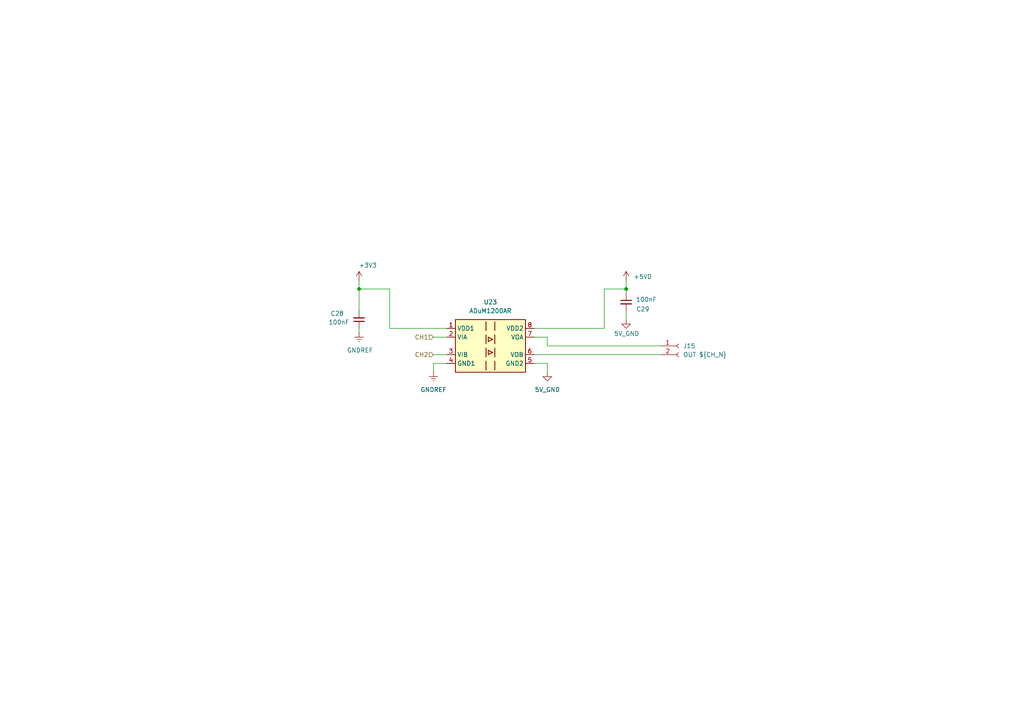
<source format=kicad_sch>
(kicad_sch (version 20250114) (generator "eeschema") (generator_version "9.0")
  (paper "A4")
  (lib_symbols
    (symbol "Connector:Conn_01x02_Socket" (pin_names (offset 1.016) (hide yes))
      (property "Reference" "J" (at 0 2.54 0))
      (property "Value" "Conn_01x02_Socket" (at 0 -5.08 0))
      (symbol "Conn_01x02_Socket_1_1"
        (polyline (pts (xy -1.27 0) (xy -0.508 0)) (stroke (width 0.1524)))
        (polyline (pts (xy -1.27 -2.54) (xy -0.508 -2.54)) (stroke (width 0.1524)))
        (arc (start 0 -0.508) (mid -0.5058 0) (end 0 0.508) (stroke (width 0.1524)))
        (arc (start 0 -3.048) (mid -0.5058 -2.54) (end 0 -2.032) (stroke (width 0.1524)))
        (pin passive line (at -5.08 0 0) (length 3.81) (name "Pin_1") (number "1"))
        (pin passive line (at -5.08 -2.54 0) (length 3.81) (name "Pin_2") (number "2"))
      )
    )
    (symbol "Device:C_Small" (pin_numbers (hide yes)) (pin_names (offset 0.254) (hide yes))
      (property "Reference" "C" (at 0.254 1.778 0))
      (property "Value" "C_Small" (at 0.254 -2.032 0))
      (symbol "C_Small_0_1"
        (polyline (pts (xy -1.524 0.508) (xy 1.524 0.508)) (stroke (width 0.3048)))
        (polyline (pts (xy -1.524 -0.508) (xy 1.524 -0.508)) (stroke (width 0.3302)))
      )
      (symbol "C_Small_1_1"
        (pin passive line (at 0 2.54 270) (length 2.032) (name "~") (number "1"))
        (pin passive line (at 0 -2.54 90) (length 2.032) (name "~") (number "2"))
      )
    )
    (symbol "Isolator:ADuM1200AR"
      (property "Reference" "U" (at -10.16 8.89 0))
      (property "Value" "ADuM1200AR" (at -2.032 8.89 0))
      (symbol "ADuM1200AR_0_1"
        (rectangle (start -10.16 7.62) (end 10.16 -7.62) (stroke (width 0.254)) (fill (type background)))
        (polyline (pts (xy -1.27 6.985) (xy -1.27 4.445)) (stroke (width 0.254)))
        (polyline (pts (xy -1.27 3.175) (xy -1.27 0.635)) (stroke (width 0.254)))
        (polyline (pts (xy -1.27 -0.635) (xy -1.27 -3.175)) (stroke (width 0.254)))
        (polyline (pts (xy -1.27 -4.445) (xy -1.27 -6.985)) (stroke (width 0.254)))
        (polyline (pts (xy -0.635 1.27) (xy 0.635 1.905) (xy -0.635 2.54) (xy -0.635 1.27)) (stroke (width 0.254)))
        (polyline (pts (xy -0.635 -1.27) (xy -0.635 -2.54) (xy 0.635 -1.905) (xy -0.635 -1.27)) (stroke (width 0.254)))
        (polyline (pts (xy 1.27 6.985) (xy 1.27 4.445)) (stroke (width 0.254)))
        (polyline (pts (xy 1.27 3.175) (xy 1.27 0.635)) (stroke (width 0.254)))
        (polyline (pts (xy 1.27 -0.635) (xy 1.27 -3.175)) (stroke (width 0.254)))
        (polyline (pts (xy 1.27 -4.445) (xy 1.27 -6.985)) (stroke (width 0.254)))
      )
      (symbol "ADuM1200AR_1_1"
        (pin power_in line (at -12.7 5.08 0) (length 2.54) (name "VDD1") (number "1"))
        (pin input line (at -12.7 2.54 0) (length 2.54) (name "VIA") (number "2"))
        (pin input line (at -12.7 -2.54 0) (length 2.54) (name "VIB") (number "3"))
        (pin power_in line (at -12.7 -5.08 0) (length 2.54) (name "GND1") (number "4"))
        (pin power_in line (at 12.7 5.08 180) (length 2.54) (name "VDD2") (number "8"))
        (pin output line (at 12.7 2.54 180) (length 2.54) (name "VOA") (number "7"))
        (pin output line (at 12.7 -2.54 180) (length 2.54) (name "VOB") (number "6"))
        (pin power_in line (at 12.7 -5.08 180) (length 2.54) (name "GND2") (number "5"))
      )
    )
    (symbol "power:+3V3" (power) (pin_numbers (hide yes)) (pin_names (offset 0) (hide yes))
      (property "Value" "+3V3" (at 0 3.556 0))
      (symbol "+3V3_0_1"
        (polyline (pts (xy -0.762 1.27) (xy 0 2.54)))
        (polyline (pts (xy 0 2.54) (xy 0.762 1.27)))
        (polyline (pts (xy 0 0) (xy 0 2.54)))
      )
      (symbol "+3V3_1_1"
        (pin power_in line (at 0 0 90) (length 0) (name "~") (number "1"))
      )
    )
    (symbol "power:+5VD" (power) (pin_numbers (hide yes)) (pin_names (offset 0) (hide yes))
      (property "Value" "+5VD" (at 0 3.556 0))
      (symbol "+5VD_0_1"
        (polyline (pts (xy -0.762 1.27) (xy 0 2.54)))
        (polyline (pts (xy 0 2.54) (xy 0.762 1.27)))
        (polyline (pts (xy 0 0) (xy 0 2.54)))
      )
      (symbol "+5VD_1_1"
        (pin power_in line (at 0 0 90) (length 0) (name "~") (number "1"))
      )
    )
    (symbol "power:GND1" (power) (pin_numbers (hide yes)) (pin_names (offset 0) (hide yes))
      (property "Value" "GND1" (at 0 -3.81 0))
      (symbol "GND1_0_1"
        (polyline (pts (xy 0 0) (xy 0 -1.27) (xy 1.27 -1.27) (xy 0 -2.54) (xy -1.27 -1.27) (xy 0 -1.27)))
      )
      (symbol "GND1_1_1"
        (pin power_in line (at 0 0 270) (length 0) (name "~") (number "1"))
      )
    )
    (symbol "power:GNDREF" (power) (pin_numbers (hide yes)) (pin_names (offset 0) (hide yes))
      (property "Value" "GNDREF" (at 0 -3.81 0))
      (symbol "GNDREF_0_1"
        (polyline (pts (xy -0.635 -1.905) (xy 0.635 -1.905)))
        (polyline (pts (xy -0.127 -2.54) (xy 0.127 -2.54)))
        (polyline (pts (xy 0 -1.27) (xy 0 0)))
        (polyline (pts (xy 1.27 -1.27) (xy -1.27 -1.27)))
      )
      (symbol "GNDREF_1_1"
        (pin power_in line (at 0 0 270) (length 0) (name "~") (number "1"))
      )
    )
  )
  (junction (at 104.14 83.82))
  (junction (at 181.61 83.82))
  (wire (pts (xy 104.14 83.82) (xy 104.14 90.17)))
  (wire (pts (xy 158.75 105.41) (xy 158.75 107.95)))
  (wire (pts (xy 104.14 81.28) (xy 104.14 83.82)))
  (wire (pts (xy 181.61 83.82) (xy 175.26 83.82)))
  (wire (pts (xy 181.61 81.28) (xy 181.61 83.82)))
  (wire (pts (xy 181.61 83.82) (xy 181.61 85.09)))
  (wire (pts (xy 104.14 96.52) (xy 104.14 95.25)))
  (wire (pts (xy 129.54 97.79) (xy 125.73 97.79)))
  (wire (pts (xy 175.26 83.82) (xy 175.26 95.25)))
  (wire (pts (xy 154.94 102.87) (xy 191.77 102.87)))
  (wire (pts (xy 125.73 102.87) (xy 129.54 102.87)))
  (wire (pts (xy 181.61 90.17) (xy 181.61 92.71)))
  (wire (pts (xy 154.94 105.41) (xy 158.75 105.41)))
  (wire (pts (xy 158.75 100.33) (xy 191.77 100.33)))
  (wire (pts (xy 113.03 95.25) (xy 129.54 95.25)))
  (wire (pts (xy 158.75 97.79) (xy 158.75 100.33)))
  (wire (pts (xy 113.03 83.82) (xy 113.03 95.25)))
  (wire (pts (xy 104.14 83.82) (xy 113.03 83.82)))
  (wire (pts (xy 154.94 95.25) (xy 175.26 95.25)))
  (wire (pts (xy 125.73 105.41) (xy 125.73 107.95)))
  (wire (pts (xy 125.73 105.41) (xy 129.54 105.41)))
  (wire (pts (xy 154.94 97.79) (xy 158.75 97.79)))
  (hierarchical_label "CH1" (shape input) (at 125.73 97.79 180))
  (hierarchical_label "CH2" (shape input) (at 125.73 102.87 180))
  (symbol (lib_id "Connector:Conn_01x02_Socket") (at 196.85 100.33 0) (unit 1)
    (property "Reference" "J12" (at 198.12 100.3299 0) (effects (justify left)))
    (property "Value" "OUT ${CH_N}" (at 198.12 102.8699 0) (effects (justify left)))
    (property "Description" "Generic connector, single row, 01x02, script generated" (effects (hide yes)))
    (instances (project "Remora Nucleo F446ZE Hat" (path "" (reference "J15") (unit 1)) (path "" (reference "J13") (unit 1)) (path "" (reference "J14") (unit 1)) (path "" (reference "J16") (unit 1)) (path "" (reference "J17") (unit 1)) (path "" (reference "J12") (unit 1))))
  )
  (symbol (lib_id "power:+3V3") (at 104.14 81.28 0) (unit 1)
    (property "Reference" "#PWR0111" (effects (hide yes)))
    (property "Value" "+3V3" (at 106.68 76.962 0))
    (property "Description" "Power symbol creates a global label with name \"+3V3\"" (effects (hide yes)))
    (instances (project "Remora Nucleo F446ZE Hat" (path "" (reference "#PWR0129") (unit 1)) (path "" (reference "#PWR0117") (unit 1)) (path "" (reference "#PWR0123") (unit 1)) (path "" (reference "#PWR0135") (unit 1)) (path "" (reference "#PWR0141") (unit 1)) (path "" (reference "#PWR0111") (unit 1))))
  )
  (symbol (lib_id "Device:C_Small") (at 181.61 87.63 0) (unit 1)
    (property "Reference" "C23" (at 186.436 89.662 0))
    (property "Value" "100nF" (at 187.452 86.868 0))
    (property "Footprint" "Capacitor_SMD:C_1206_3216Metric_Pad1.33x1.80mm_HandSolder" (effects (hide yes)))
    (property "Description" "Unpolarized capacitor, small symbol" (effects (hide yes)))
    (instances (project "Remora Nucleo F446ZE Hat" (path "" (reference "C29") (unit 1)) (path "" (reference "C25") (unit 1)) (path "" (reference "C27") (unit 1)) (path "" (reference "C31") (unit 1)) (path "" (reference "C33") (unit 1)) (path "" (reference "C23") (unit 1))))
  )
  (symbol (lib_id "Device:C_Small") (at 104.14 92.71 180) (unit 1)
    (property "Reference" "C22" (at 97.79 90.932 0))
    (property "Value" "100nF" (at 98.298 93.472 0))
    (property "Footprint" "Capacitor_SMD:C_1206_3216Metric_Pad1.33x1.80mm_HandSolder" (effects (hide yes)))
    (property "Description" "Unpolarized capacitor, small symbol" (effects (hide yes)))
    (instances (project "Remora Nucleo F446ZE Hat" (path "" (reference "C28") (unit 1)) (path "" (reference "C24") (unit 1)) (path "" (reference "C26") (unit 1)) (path "" (reference "C30") (unit 1)) (path "" (reference "C32") (unit 1)) (path "" (reference "C22") (unit 1))))
  )
  (symbol (lib_id "Isolator:ADuM1200AR") (at 142.24 100.33 0) (unit 1)
    (property "Reference" "U20" (at 142.24 87.63 0))
    (property "Value" "ADuM1200AR" (at 142.24 90.17 0))
    (property "Footprint" "Package_SO:SOIC-8_3.9x4.9mm_P1.27mm" (effects (hide yes)))
    (property "Datasheet" "https://www.analog.com/media/en/technical-documentation/data-sheets/ADuM1200_1201.pdf" (effects (hide yes)))
    (property "Description" "Dual-channel digital isolator, Bidirectional communication, 3V/5V level translation, SOIC-8" (effects (hide yes)))
    (instances (project "" (path "" (reference "U23") (unit 1)) (path "" (reference "U21") (unit 1)) (path "" (reference "U22") (unit 1)) (path "" (reference "U24") (unit 1)) (path "" (reference "U25") (unit 1)) (path "" (reference "U20") (unit 1))))
  )
  (symbol (lib_id "power:GND1") (at 158.75 107.95 0) (unit 1)
    (property "Reference" "#PWR0114" (effects (hide yes)))
    (property "Value" "5V_GND" (at 158.75 113.03 0))
    (property "Description" "Power symbol creates a global label with name \"GND1\" , ground" (effects (hide yes)))
    (instances (project "Remora Nucleo F446ZE Hat" (path "" (reference "#PWR0132") (unit 1)) (path "" (reference "#PWR0120") (unit 1)) (path "" (reference "#PWR0126") (unit 1)) (path "" (reference "#PWR0138") (unit 1)) (path "" (reference "#PWR0144") (unit 1)) (path "" (reference "#PWR0114") (unit 1))))
  )
  (symbol (lib_id "power:+5VD") (at 181.61 81.28 0) (unit 1)
    (property "Reference" "#PWR0113" (effects (hide yes)))
    (property "Value" "+5VD" (at 186.436 80.264 0))
    (property "Description" "Power symbol creates a global label with name \"+5VD\"" (effects (hide yes)))
    (instances (project "Remora Nucleo F446ZE Hat" (path "" (reference "#PWR0131") (unit 1)) (path "" (reference "#PWR0119") (unit 1)) (path "" (reference "#PWR0125") (unit 1)) (path "" (reference "#PWR0137") (unit 1)) (path "" (reference "#PWR0143") (unit 1)) (path "" (reference "#PWR0113") (unit 1))))
  )
  (symbol (lib_id "power:GNDREF") (at 125.73 107.95 0) (unit 1)
    (property "Reference" "#PWR0112" (effects (hide yes)))
    (property "Value" "GNDREF" (at 125.73 113.03 0))
    (property "Description" "Power symbol creates a global label with name \"GNDREF\" , reference supply ground" (effects (hide yes)))
    (instances (project "Remora Nucleo F446ZE Hat" (path "" (reference "#PWR0130") (unit 1)) (path "" (reference "#PWR0118") (unit 1)) (path "" (reference "#PWR0124") (unit 1)) (path "" (reference "#PWR0136") (unit 1)) (path "" (reference "#PWR0142") (unit 1)) (path "" (reference "#PWR0112") (unit 1))))
  )
  (symbol (lib_id "power:GNDREF") (at 104.14 96.52 0) (unit 1)
    (property "Reference" "#PWR0110" (effects (hide yes)))
    (property "Value" "GNDREF" (at 108.204 101.6 0) (effects (justify right)))
    (property "Description" "Power symbol creates a global label with name \"GNDREF\" , reference supply ground" (effects (hide yes)))
    (instances (project "Remora Nucleo F446ZE Hat" (path "" (reference "#PWR0128") (unit 1)) (path "" (reference "#PWR0116") (unit 1)) (path "" (reference "#PWR0122") (unit 1)) (path "" (reference "#PWR0134") (unit 1)) (path "" (reference "#PWR0140") (unit 1)) (path "" (reference "#PWR0110") (unit 1))))
  )
  (symbol (lib_id "power:GND1") (at 181.61 92.71 0) (unit 1)
    (property "Reference" "#PWR0115" (effects (hide yes)))
    (property "Value" "5V_GND" (at 185.42 96.774 0) (effects (justify right)))
    (property "Description" "Power symbol creates a global label with name \"GND1\" , ground" (effects (hide yes)))
    (instances (project "Remora Nucleo F446ZE Hat" (path "" (reference "#PWR0133") (unit 1)) (path "" (reference "#PWR0121") (unit 1)) (path "" (reference "#PWR0127") (unit 1)) (path "" (reference "#PWR0139") (unit 1)) (path "" (reference "#PWR0145") (unit 1)) (path "" (reference "#PWR0115") (unit 1))))
  )
)
</source>
